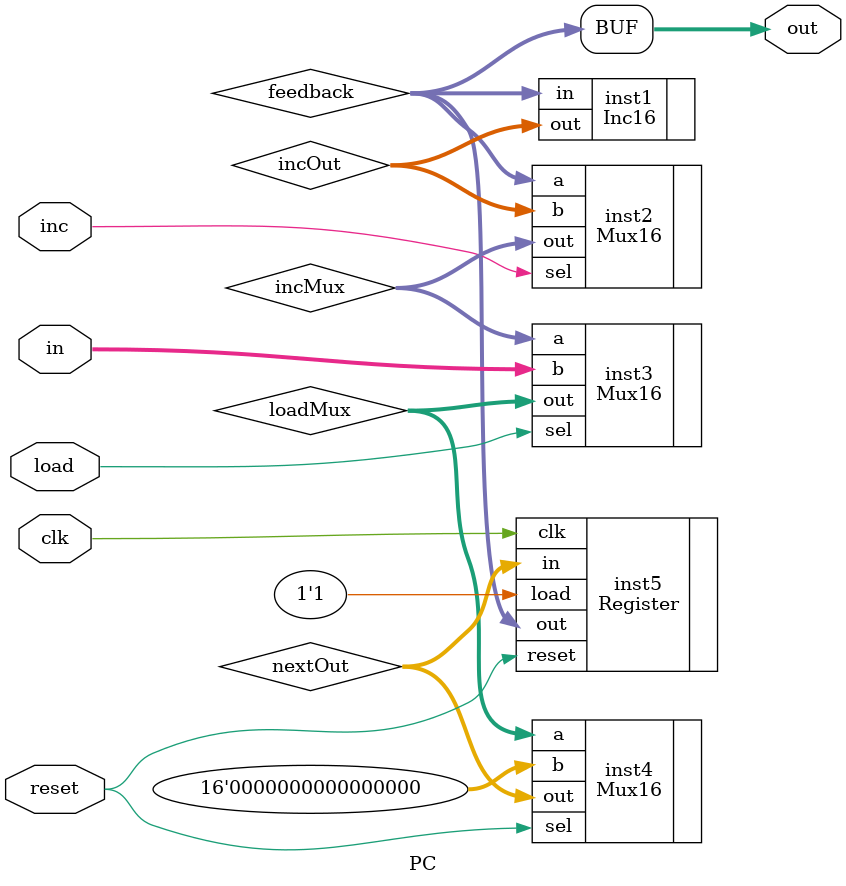
<source format=v>
module PC (
    input clk,          // Added explicit clock
    input [15:0] in,
    input load,
    input inc,
    input reset,
    output [15:0] out
);
    wire [15:0] incOut, incMux, loadMux, nextOut;
    // Feedback wire: Register 'out' is used internally
    wire [15:0] feedback;

    Inc16    inst1 (.in(feedback), .out(incOut));
    Mux16    inst2 (.a(feedback), .b(incOut), .sel(inc), .out(incMux));
    Mux16    inst3 (.a(incMux), .b(in), .sel(load), .out(loadMux));
    Mux16    inst4 (.a(loadMux), .b(16'b0), .sel(reset), .out(nextOut));
    
    Register inst5 (.clk(clk), .reset(reset), .in(nextOut), .load(1'b1), .out(feedback));

    assign out = feedback;
endmodule
</source>
